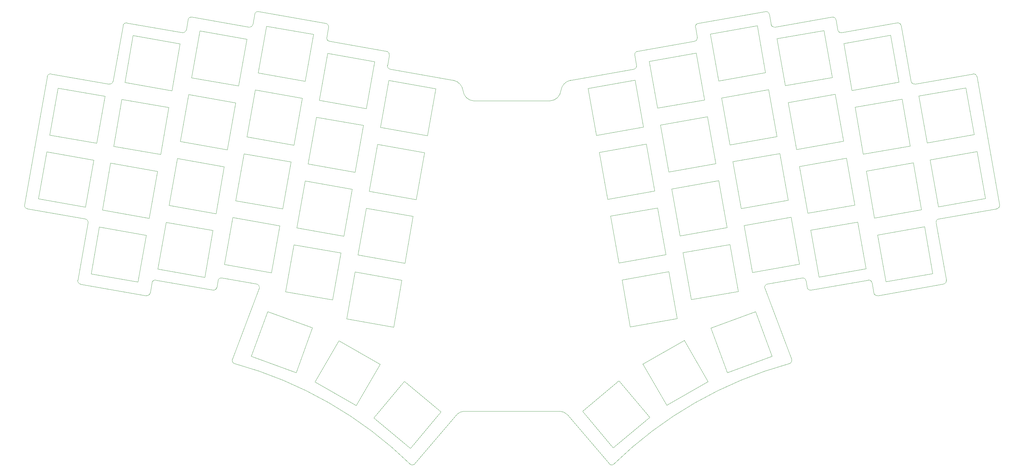
<source format=gbr>
%TF.GenerationSoftware,KiCad,Pcbnew,8.0.5*%
%TF.CreationDate,2024-10-09T17:29:06+02:00*%
%TF.ProjectId,plate,706c6174-652e-46b6-9963-61645f706362,A*%
%TF.SameCoordinates,Original*%
%TF.FileFunction,Profile,NP*%
%FSLAX46Y46*%
G04 Gerber Fmt 4.6, Leading zero omitted, Abs format (unit mm)*
G04 Created by KiCad (PCBNEW 8.0.5) date 2024-10-09 17:29:06*
%MOMM*%
%LPD*%
G01*
G04 APERTURE LIST*
%TA.AperFunction,Profile*%
%ADD10C,0.100000*%
%TD*%
G04 APERTURE END LIST*
D10*
X282994961Y-152939670D02*
G75*
G02*
X283806111Y-151781164I984839J173670D01*
G01*
X321881571Y-75006172D02*
X305596303Y-77874582D01*
X73481481Y-90026815D02*
X90500000Y-93000000D01*
X237333552Y-204626915D02*
X224997202Y-190162045D01*
X293942641Y-149993873D02*
X283806120Y-151781214D01*
X104243619Y-150633789D02*
X120985350Y-153585808D01*
X94592230Y-75828275D02*
G75*
G02*
X95750697Y-75017060I984770J-173525D01*
G01*
X66495033Y-129675188D02*
G75*
G02*
X65683831Y-128516723I173567J984788D01*
G01*
X262671544Y-76304536D02*
G75*
G02*
X263482699Y-75146055I984856J173636D01*
G01*
X316186438Y-155210530D02*
G75*
G02*
X315027976Y-154399372I-173638J984830D01*
G01*
X223161054Y-94933318D02*
G75*
G02*
X219984358Y-97938983I-3332454J340518D01*
G01*
X351137225Y-129664244D02*
X334113366Y-132662667D01*
X333302206Y-133821123D02*
G75*
G02*
X334113373Y-132662707I984794J173623D01*
G01*
X154109497Y-75146079D02*
G75*
G02*
X154920632Y-76304532I-173697J-984821D01*
G01*
X83518892Y-132673611D02*
G75*
G02*
X84330075Y-133832071I-173592J-984789D01*
G01*
X313348581Y-150633789D02*
G75*
G02*
X314507006Y-151444954I173619J-984811D01*
G01*
X72323025Y-90837975D02*
G75*
G02*
X73481478Y-90026834I984775J-173625D01*
G01*
X132733941Y-75438699D02*
X133254886Y-72484276D01*
X323040028Y-75817331D02*
X325973802Y-92177896D01*
X244828438Y-84527889D02*
G75*
G02*
X245639595Y-83369423I984762J173689D01*
G01*
X122143807Y-152774647D02*
X122491103Y-150805033D01*
X302758447Y-73297840D02*
G75*
G02*
X303916870Y-74109005I173653J-984760D01*
G01*
X321881571Y-75006172D02*
G75*
G02*
X323040055Y-75817326I173729J-984728D01*
G01*
X82126492Y-151813386D02*
X101405762Y-155210530D01*
X84330052Y-133832067D02*
X81315333Y-150654929D01*
X223161054Y-94933318D02*
G75*
G02*
X225969174Y-91879603I3559446J-455182D01*
G01*
X113154353Y-77063423D02*
X113675297Y-74108999D01*
X180258648Y-204626914D02*
X192602797Y-190157278D01*
X238569476Y-204856916D02*
G75*
G02*
X290289028Y-175180489I83064624J-84857384D01*
G01*
X262381329Y-80417415D02*
X245639597Y-83369433D01*
X284858259Y-75438699D02*
X284337314Y-72484276D01*
X302758447Y-73297840D02*
X286016715Y-76249859D01*
X327132258Y-92989056D02*
G75*
G02*
X325973832Y-92177891I-173658J984756D01*
G01*
X180258648Y-204626914D02*
G75*
G02*
X179022740Y-204856892I-735148J514814D01*
G01*
X262671544Y-76304536D02*
X263192488Y-79258959D01*
X171952603Y-83369433D02*
G75*
G02*
X172763752Y-84527887I-173603J-984767D01*
G01*
X333302206Y-133821123D02*
X336316925Y-150643985D01*
X336316925Y-150643985D02*
G75*
G02*
X335505768Y-151802451I-984725J-173715D01*
G01*
X290886700Y-173898767D02*
G75*
G02*
X290289033Y-175180500I-939700J-342033D01*
G01*
X66495033Y-129675188D02*
X83518892Y-132673611D01*
X154920656Y-76304536D02*
X154399712Y-79258959D01*
X238569476Y-204856916D02*
G75*
G02*
X237333529Y-204626931I-500776J744816D01*
G01*
X283178859Y-71673116D02*
G75*
G02*
X284337288Y-72484281I173641J-984784D01*
G01*
X102564218Y-154399371D02*
X103085163Y-151444949D01*
X132733941Y-75438699D02*
G75*
G02*
X131575471Y-76249936I-984841J173599D01*
G01*
X127303174Y-175180480D02*
G75*
G02*
X179022724Y-204856915I-31345094J-114533820D01*
G01*
X127303174Y-175180480D02*
G75*
G02*
X126705520Y-173898774I342026J939680D01*
G01*
X113154353Y-77063423D02*
G75*
G02*
X111995884Y-77874654I-984853J173623D01*
G01*
X345309233Y-90827031D02*
X351948384Y-128505787D01*
X134597239Y-152939670D02*
X126705500Y-173898767D01*
X172763762Y-84527889D02*
X172242818Y-87482312D01*
X173053978Y-88640769D02*
X191620128Y-91895703D01*
X173053978Y-88640769D02*
G75*
G02*
X172242842Y-87482316I173622J984769D01*
G01*
X197604944Y-97955074D02*
X219984358Y-97938976D01*
X283178859Y-71673116D02*
X263482703Y-75146079D01*
X304437847Y-77063423D02*
X303916903Y-74108999D01*
X344150777Y-90015871D02*
G75*
G02*
X345309255Y-90827027I173723J-984729D01*
G01*
X103085163Y-151444949D02*
G75*
G02*
X104243624Y-150633758I984837J-173651D01*
G01*
X305596303Y-77874582D02*
G75*
G02*
X304437919Y-77063410I-173603J984782D01*
G01*
X113675297Y-74108999D02*
G75*
G02*
X114833759Y-73297807I984803J-173601D01*
G01*
X102564218Y-154399371D02*
G75*
G02*
X101405763Y-155210524I-984818J173671D01*
G01*
X122143807Y-152774647D02*
G75*
G02*
X120985350Y-153585807I-984807J173647D01*
G01*
X122491103Y-150805033D02*
G75*
G02*
X123649554Y-149993901I984797J-173667D01*
G01*
X296606850Y-153585808D02*
G75*
G02*
X295448392Y-152774647I-173650J984808D01*
G01*
X286016715Y-76249859D02*
G75*
G02*
X284858336Y-75438685I-173615J984759D01*
G01*
X94592230Y-75828275D02*
X91658456Y-92188840D01*
X263192488Y-79258959D02*
G75*
G02*
X262381325Y-80417391I-984788J-173641D01*
G01*
X82126492Y-151813386D02*
G75*
G02*
X81315325Y-150654928I173608J984786D01*
G01*
X72323025Y-90837975D02*
X65683874Y-128516731D01*
X313348581Y-150633789D02*
X296606850Y-153585808D01*
X95750687Y-75017116D02*
X111995897Y-77874582D01*
X133254886Y-72484276D02*
G75*
G02*
X134413346Y-71673090I984814J-173624D01*
G01*
X155210871Y-80417415D02*
X171952603Y-83369433D01*
X133786080Y-151781214D02*
G75*
G02*
X134597189Y-152939661I-173680J-984786D01*
G01*
X222883771Y-189202383D02*
G75*
G02*
X224997209Y-190162038I-145571J-3127617D01*
G01*
X197604944Y-97955074D02*
G75*
G02*
X194428255Y-94949415I155756J3346174D01*
G01*
X155210871Y-80417415D02*
G75*
G02*
X154399688Y-79258955I173629J984815D01*
G01*
X335505766Y-151802442D02*
X316186438Y-155210530D01*
X351948384Y-128505787D02*
G75*
G02*
X351137220Y-129664218I-984684J-173713D01*
G01*
X91658456Y-92188840D02*
G75*
G02*
X90500009Y-92999947I-984756J173640D01*
G01*
X123649559Y-149993873D02*
X133786080Y-151781214D01*
X315027982Y-154399371D02*
X314507037Y-151444949D01*
X194716228Y-189197616D02*
X222883771Y-189202383D01*
X114833753Y-73297840D02*
X131575485Y-76249859D01*
X293942641Y-149993873D02*
G75*
G02*
X295101125Y-150805028I173659J-984827D01*
G01*
X344150777Y-90015871D02*
X327132258Y-92989056D01*
X192602797Y-190157278D02*
G75*
G02*
X194716228Y-189197615I2259003J-2167922D01*
G01*
X282994961Y-152939670D02*
X290886700Y-173898767D01*
X244828438Y-84527889D02*
X245349382Y-87482312D01*
X191620128Y-91895703D02*
G75*
G02*
X194428247Y-94949416I-751328J-3508897D01*
G01*
X244538222Y-88640769D02*
X225969174Y-91879605D01*
X245349382Y-87482312D02*
G75*
G02*
X244538226Y-88640793I-984782J-173688D01*
G01*
X134413341Y-71673116D02*
X154109497Y-75146079D01*
X295448393Y-152774647D02*
X295101097Y-150805033D01*
%TO.C,SW452*%
X344458000Y-107857044D02*
X330670692Y-110288118D01*
X328239617Y-96500810D01*
X342026926Y-94069735D01*
X344458000Y-107857044D01*
%TO.C,SW412*%
X120993908Y-136045656D02*
X118562834Y-149832964D01*
X104775525Y-147401890D01*
X107206600Y-133614581D01*
X120993908Y-136045656D01*
%TO.C,SW442*%
X285120560Y-173052079D02*
X271964863Y-177840361D01*
X267176581Y-164684664D01*
X280332278Y-159896382D01*
X285120560Y-173052079D01*
%TO.C,SW420*%
X161823080Y-123901064D02*
X159392006Y-137688372D01*
X145604697Y-135257298D01*
X148035772Y-121469989D01*
X161823080Y-123901064D01*
%TO.C,SW422*%
X170077102Y-175406433D02*
X163077102Y-187530789D01*
X150952747Y-180530789D01*
X157952747Y-168406433D01*
X170077102Y-175406433D01*
%TO.C,SW405*%
X111330312Y-81146041D02*
X108899238Y-94933349D01*
X95111929Y-92502275D01*
X97543004Y-78714966D01*
X111330312Y-81146041D01*
%TO.C,SW445*%
X309424467Y-128549683D02*
X295637159Y-130980757D01*
X293206084Y-117193449D01*
X306993393Y-114762374D01*
X309424467Y-128549683D01*
%TO.C,SW407*%
X104714318Y-118667213D02*
X102283244Y-132454521D01*
X88495935Y-130023447D01*
X90927010Y-116236138D01*
X104714318Y-118667213D01*
%TO.C,SW441*%
X293144879Y-145928120D02*
X279357571Y-148359194D01*
X276926496Y-134571886D01*
X290713805Y-132140811D01*
X293144879Y-145928120D01*
%TO.C,SW453*%
X347766000Y-126617629D02*
X333978692Y-129048703D01*
X331547617Y-115261395D01*
X345334926Y-112830320D01*
X347766000Y-126617629D01*
%TO.C,SW432*%
X249203370Y-190949719D02*
X238478748Y-199948745D01*
X229479722Y-189224123D01*
X240204344Y-180225097D01*
X249203370Y-190949719D01*
%TO.C,SW402*%
X89267643Y-96599412D02*
X86836569Y-110386720D01*
X73049260Y-107955646D01*
X75480335Y-94168337D01*
X89267643Y-96599412D01*
%TO.C,SW446*%
X312732465Y-147310272D02*
X298945157Y-149741346D01*
X296514082Y-135954038D01*
X310301391Y-133522963D01*
X312732465Y-147310272D01*
%TO.C,SW433*%
X265287296Y-97644503D02*
X251499988Y-100075577D01*
X249068913Y-86288269D01*
X262856222Y-83857194D01*
X265287296Y-97644503D01*
%TO.C,SW428*%
X247353708Y-105642647D02*
X233566400Y-108073721D01*
X231135325Y-94286413D01*
X244922634Y-91855338D01*
X247353708Y-105642647D01*
%TO.C,SW424*%
X183064665Y-113138619D02*
X180633591Y-126925927D01*
X166846282Y-124494853D01*
X169277357Y-110707544D01*
X183064665Y-113138619D01*
%TO.C,SW416*%
X140581494Y-134663505D02*
X138150420Y-148450813D01*
X124363111Y-146019739D01*
X126794186Y-132232430D01*
X140581494Y-134663505D01*
%TO.C,SW443*%
X302808472Y-91028509D02*
X289021164Y-93459583D01*
X286590089Y-79672275D01*
X300377398Y-77241200D01*
X302808472Y-91028509D01*
%TO.C,SW437*%
X266348512Y-180449829D02*
X254224157Y-187449829D01*
X247224157Y-175325473D01*
X259348512Y-168325473D01*
X266348512Y-180449829D01*
%TO.C,SW403*%
X85959645Y-115360003D02*
X83528571Y-129147311D01*
X69741262Y-126716237D01*
X72172337Y-112928928D01*
X85959645Y-115360003D01*
%TO.C,SW406*%
X108022314Y-99906628D02*
X105591240Y-113693936D01*
X91803931Y-111262862D01*
X94235006Y-97475553D01*
X108022314Y-99906628D01*
%TO.C,SW447*%
X322396058Y-92410656D02*
X308608750Y-94841730D01*
X306177675Y-81054422D01*
X319964984Y-78623347D01*
X322396058Y-92410656D01*
%TO.C,SW440*%
X289836881Y-127167534D02*
X276049573Y-129598608D01*
X273618498Y-115811300D01*
X287405807Y-113380225D01*
X289836881Y-127167534D01*
%TO.C,SW450*%
X332320052Y-148692420D02*
X318532744Y-151123494D01*
X316101669Y-137336186D01*
X329888978Y-134905111D01*
X332320052Y-148692420D01*
%TO.C,SW444*%
X306116469Y-109789093D02*
X292329161Y-112220167D01*
X289898086Y-98432859D01*
X303685395Y-96001784D01*
X306116469Y-109789093D01*
%TO.C,SW429*%
X250661706Y-124403236D02*
X236874398Y-126834310D01*
X234443323Y-113047002D01*
X248230632Y-110615927D01*
X250661706Y-124403236D01*
%TO.C,SW439*%
X286528883Y-108406946D02*
X272741575Y-110838020D01*
X270310500Y-97050712D01*
X284097809Y-94619637D01*
X286528883Y-108406946D01*
%TO.C,SW436*%
X275211290Y-153926265D02*
X261423982Y-156357339D01*
X258992907Y-142570031D01*
X272780216Y-140138956D01*
X275211290Y-153926265D01*
%TO.C,SW417*%
X150196001Y-164649784D02*
X145407720Y-177805481D01*
X132252024Y-173017199D01*
X137040306Y-159861501D01*
X150196001Y-164649784D01*
%TO.C,SW414*%
X147197491Y-97142329D02*
X144766417Y-110929637D01*
X130979108Y-108498563D01*
X133410183Y-94711254D01*
X147197491Y-97142329D01*
%TO.C,SW438*%
X283220885Y-89646357D02*
X269433577Y-92077431D01*
X267002502Y-78290123D01*
X280789811Y-75859048D01*
X283220885Y-89646357D01*
%TO.C,SW434*%
X268595294Y-116405091D02*
X254807986Y-118836165D01*
X252376911Y-105048857D01*
X266164220Y-102617782D01*
X268595294Y-116405091D01*
%TO.C,SW430*%
X253969704Y-143163822D02*
X240182396Y-145594896D01*
X237751321Y-131807588D01*
X251538630Y-129376513D01*
X253969704Y-143163822D01*
%TO.C,SW421*%
X158515081Y-142661650D02*
X156084007Y-156448958D01*
X142296698Y-154017884D01*
X144727773Y-140230575D01*
X158515081Y-142661650D01*
%TO.C,SW411*%
X124301904Y-117285065D02*
X121870830Y-131072373D01*
X108083521Y-128641299D01*
X110514596Y-114853990D01*
X124301904Y-117285065D01*
%TO.C,SW427*%
X187919480Y-189378095D02*
X178920454Y-200102717D01*
X168195831Y-191103691D01*
X177194858Y-180379069D01*
X187919480Y-189378095D01*
%TO.C,SW448*%
X325704056Y-111171245D02*
X311916748Y-113602319D01*
X309485673Y-99815011D01*
X323272982Y-97383936D01*
X325704056Y-111171245D01*
%TO.C,SW431*%
X257277702Y-161924410D02*
X243490394Y-164355484D01*
X241059319Y-150568176D01*
X254846628Y-148137101D01*
X257277702Y-161924410D01*
%TO.C,SW408*%
X101406321Y-137427803D02*
X98975247Y-151215111D01*
X85187938Y-148784037D01*
X87619013Y-134996728D01*
X101406321Y-137427803D01*
%TO.C,SW435*%
X271903292Y-135165677D02*
X258115984Y-137596751D01*
X255684909Y-123809443D01*
X269472218Y-121378368D01*
X271903292Y-135165677D01*
%TO.C,SW410*%
X127609901Y-98524479D02*
X125178827Y-112311787D01*
X111391518Y-109880713D01*
X113822593Y-96093404D01*
X127609901Y-98524479D01*
%TO.C,SW409*%
X130917899Y-79763892D02*
X128486825Y-93551200D01*
X114699516Y-91120126D01*
X117130591Y-77332817D01*
X130917899Y-79763892D01*
%TO.C,SW423*%
X186372664Y-94378030D02*
X183941590Y-108165338D01*
X170154281Y-105734264D01*
X172585356Y-91946955D01*
X186372664Y-94378030D01*
%TO.C,SW418*%
X168439076Y-86379886D02*
X166008002Y-100167194D01*
X152220693Y-97736120D01*
X154651768Y-83948811D01*
X168439076Y-86379886D01*
%TO.C,SW413*%
X150505486Y-78381742D02*
X148074412Y-92169050D01*
X134287103Y-89737976D01*
X136718178Y-75950667D01*
X150505486Y-78381742D01*
%TO.C,SW425*%
X179756667Y-131899206D02*
X177325593Y-145686514D01*
X163538284Y-143255440D01*
X165969359Y-129468131D01*
X179756667Y-131899206D01*
%TO.C,SW426*%
X176448671Y-150659794D02*
X174017597Y-164447102D01*
X160230288Y-162016028D01*
X162661363Y-148228719D01*
X176448671Y-150659794D01*
%TO.C,SW449*%
X329012054Y-129931831D02*
X315224746Y-132362905D01*
X312793671Y-118575597D01*
X326580980Y-116144522D01*
X329012054Y-129931831D01*
%TO.C,SW415*%
X143889493Y-115902917D02*
X141458419Y-129690225D01*
X127671110Y-127259151D01*
X130102185Y-113471842D01*
X143889493Y-115902917D01*
%TO.C,SW419*%
X165131078Y-105140473D02*
X162700004Y-118927781D01*
X148912695Y-116496707D01*
X151343770Y-102709398D01*
X165131078Y-105140473D01*
%TD*%
M02*

</source>
